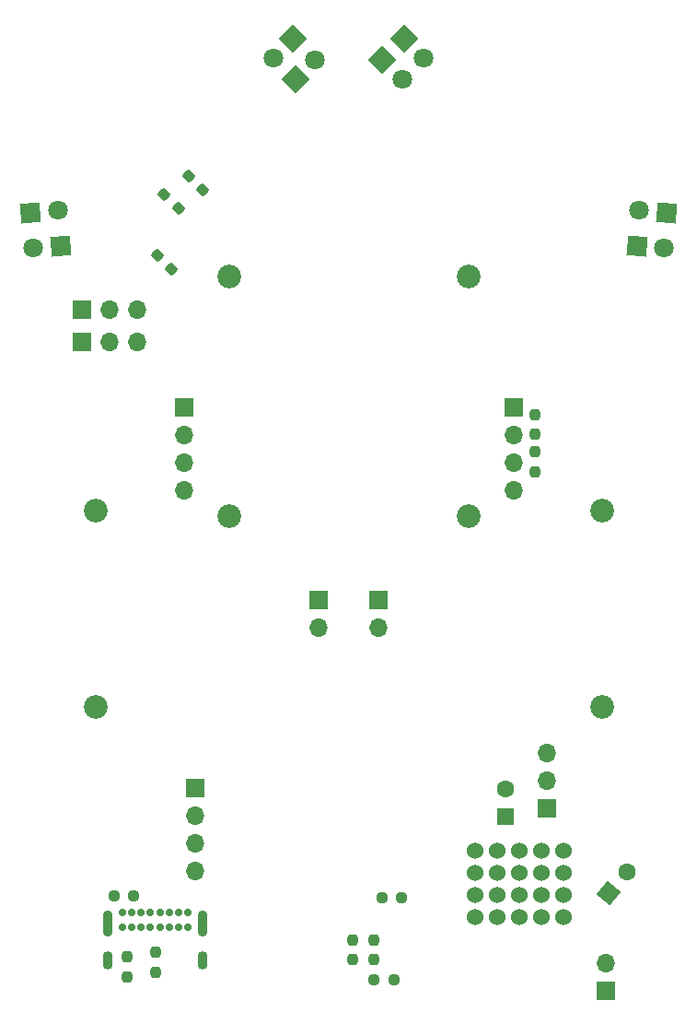
<source format=gbs>
%TF.GenerationSoftware,KiCad,Pcbnew,7.0.9*%
%TF.CreationDate,2024-01-15T17:26:04-08:00*%
%TF.ProjectId,mercury_2ir,6d657263-7572-4795-9f32-69722e6b6963,rev?*%
%TF.SameCoordinates,Original*%
%TF.FileFunction,Soldermask,Bot*%
%TF.FilePolarity,Negative*%
%FSLAX46Y46*%
G04 Gerber Fmt 4.6, Leading zero omitted, Abs format (unit mm)*
G04 Created by KiCad (PCBNEW 7.0.9) date 2024-01-15 17:26:04*
%MOMM*%
%LPD*%
G01*
G04 APERTURE LIST*
G04 Aperture macros list*
%AMRoundRect*
0 Rectangle with rounded corners*
0 $1 Rounding radius*
0 $2 $3 $4 $5 $6 $7 $8 $9 X,Y pos of 4 corners*
0 Add a 4 corners polygon primitive as box body*
4,1,4,$2,$3,$4,$5,$6,$7,$8,$9,$2,$3,0*
0 Add four circle primitives for the rounded corners*
1,1,$1+$1,$2,$3*
1,1,$1+$1,$4,$5*
1,1,$1+$1,$6,$7*
1,1,$1+$1,$8,$9*
0 Add four rect primitives between the rounded corners*
20,1,$1+$1,$2,$3,$4,$5,0*
20,1,$1+$1,$4,$5,$6,$7,0*
20,1,$1+$1,$6,$7,$8,$9,0*
20,1,$1+$1,$8,$9,$2,$3,0*%
%AMRotRect*
0 Rectangle, with rotation*
0 The origin of the aperture is its center*
0 $1 length*
0 $2 width*
0 $3 Rotation angle, in degrees counterclockwise*
0 Add horizontal line*
21,1,$1,$2,0,0,$3*%
G04 Aperture macros list end*
%ADD10C,0.700000*%
%ADD11O,0.900000X2.400000*%
%ADD12O,0.900000X1.700000*%
%ADD13R,1.700000X1.700000*%
%ADD14O,1.700000X1.700000*%
%ADD15R,1.600000X1.600000*%
%ADD16C,1.600000*%
%ADD17RoundRect,0.237500X-0.250000X-0.237500X0.250000X-0.237500X0.250000X0.237500X-0.250000X0.237500X0*%
%ADD18C,1.524000*%
%ADD19RotRect,1.600000X1.600000X50.000000*%
%ADD20C,2.184400*%
%ADD21RotRect,1.800000X1.800000X185.000000*%
%ADD22C,1.800000*%
%ADD23RotRect,1.800000X1.800000X175.000000*%
%ADD24RotRect,1.800000X1.800000X135.000000*%
%ADD25RotRect,1.800000X1.800000X45.000000*%
%ADD26RotRect,1.800000X1.800000X315.000000*%
%ADD27RotRect,1.800000X1.800000X355.000000*%
%ADD28RotRect,1.800000X1.800000X225.000000*%
%ADD29RoundRect,0.237500X-0.237500X0.250000X-0.237500X-0.250000X0.237500X-0.250000X0.237500X0.250000X0*%
%ADD30RoundRect,0.237500X0.250000X0.237500X-0.250000X0.237500X-0.250000X-0.237500X0.250000X-0.237500X0*%
%ADD31RoundRect,0.237500X0.237500X-0.250000X0.237500X0.250000X-0.237500X0.250000X-0.237500X-0.250000X0*%
%ADD32RoundRect,0.237500X0.344715X-0.008839X-0.008839X0.344715X-0.344715X0.008839X0.008839X-0.344715X0*%
%ADD33RoundRect,0.237500X-0.344715X0.008839X0.008839X-0.344715X0.344715X-0.008839X-0.008839X0.344715X0*%
G04 APERTURE END LIST*
D10*
%TO.C,J3*%
X106225000Y-149415000D03*
X107075000Y-149415000D03*
X107925000Y-149415000D03*
X108775000Y-149415000D03*
X109625000Y-149415000D03*
X110475000Y-149415000D03*
X111325000Y-149415000D03*
X112175000Y-149415000D03*
X112175000Y-150765000D03*
X111325000Y-150765000D03*
X110475000Y-150765000D03*
X109625000Y-150765000D03*
X108775000Y-150765000D03*
X107925000Y-150765000D03*
X107075000Y-150765000D03*
X106225000Y-150765000D03*
D11*
X104875000Y-150395000D03*
D12*
X104875000Y-153775000D03*
D11*
X113525000Y-150395000D03*
D12*
X113525000Y-153775000D03*
%TD*%
D13*
%TO.C,J2*%
X112910000Y-137960000D03*
D14*
X112910000Y-140500000D03*
X112910000Y-143040000D03*
X112910000Y-145580000D03*
%TD*%
D15*
%TO.C,C46*%
X141420000Y-140590000D03*
D16*
X141420000Y-138090000D03*
%TD*%
D17*
%TO.C,R13*%
X130037500Y-148050000D03*
X131862500Y-148050000D03*
%TD*%
D18*
%TO.C,U8*%
X146753500Y-143750000D03*
X144721500Y-143750000D03*
X142689500Y-143750000D03*
X140657500Y-143750000D03*
X138625500Y-143750000D03*
X146753500Y-145782000D03*
X144721500Y-145782000D03*
X142689500Y-145782000D03*
X140657500Y-145782000D03*
X138625500Y-145782000D03*
X146753500Y-147814000D03*
X144721500Y-147814000D03*
X142689500Y-147814000D03*
X140657500Y-147814000D03*
X138625500Y-147814000D03*
X146753500Y-149846000D03*
X144721500Y-149846000D03*
X142689500Y-149846000D03*
X140657500Y-149846000D03*
X138625500Y-149846000D03*
%TD*%
D16*
%TO.C,C47*%
X152554874Y-145663591D03*
D19*
X150922193Y-147609344D03*
%TD*%
D20*
%TO.C,MH2*%
X150300000Y-112500000D03*
X150300000Y-130500000D03*
%TD*%
D21*
%TO.C,Q5*%
X97734833Y-85110688D03*
D22*
X100265167Y-84889312D03*
%TD*%
D13*
%TO.C,J1*%
X150675000Y-156550000D03*
D14*
X150675000Y-154010000D03*
%TD*%
D20*
%TO.C,MH2*%
X103700000Y-112500000D03*
X103700000Y-130500000D03*
%TD*%
%TO.C,*%
X138000000Y-91000000D03*
%TD*%
D23*
%TO.C,Q4*%
X156265167Y-85110688D03*
D22*
X153734833Y-84889312D03*
%TD*%
D14*
%TO.C,J9*%
X107580000Y-97000000D03*
X105040000Y-97000000D03*
D13*
X102500000Y-97000000D03*
%TD*%
D20*
%TO.C,*%
X138000000Y-113000000D03*
%TD*%
D13*
%TO.C,J6*%
X111850000Y-103000000D03*
D14*
X111850000Y-105540000D03*
X111850000Y-108080000D03*
X111850000Y-110620000D03*
%TD*%
D20*
%TO.C,*%
X116000000Y-91000000D03*
%TD*%
D13*
%TO.C,J5*%
X124250000Y-120730000D03*
D14*
X124250000Y-123270000D03*
%TD*%
D24*
%TO.C,Q6*%
X132101974Y-69101974D03*
D22*
X133898026Y-70898026D03*
%TD*%
D13*
%TO.C,J7*%
X142150000Y-103000000D03*
D14*
X142150000Y-105540000D03*
X142150000Y-108080000D03*
X142150000Y-110620000D03*
%TD*%
D25*
%TO.C,D5*%
X122101974Y-72898026D03*
D22*
X123898026Y-71101974D03*
%TD*%
D14*
%TO.C,J10*%
X107580000Y-94000000D03*
X105040000Y-94000000D03*
D13*
X102500000Y-94000000D03*
%TD*%
D21*
%TO.C,D1*%
X100515167Y-88139312D03*
D22*
X97984833Y-88360688D03*
%TD*%
D13*
%TO.C,J4*%
X129750000Y-120730000D03*
D14*
X129750000Y-123270000D03*
%TD*%
D22*
%TO.C,D3*%
X131898026Y-72898026D03*
D26*
X130101974Y-71101974D03*
%TD*%
D13*
%TO.C,J8*%
X145225000Y-139800000D03*
D14*
X145225000Y-137260000D03*
X145225000Y-134720000D03*
%TD*%
D27*
%TO.C,D2*%
X153484833Y-88139312D03*
D22*
X156015167Y-88360688D03*
%TD*%
D20*
%TO.C,*%
X116000000Y-113000000D03*
%TD*%
D22*
%TO.C,Q7*%
X120101974Y-70898026D03*
D28*
X121898026Y-69101974D03*
%TD*%
D29*
%TO.C,R21*%
X127360000Y-151927500D03*
X127360000Y-153752500D03*
%TD*%
%TO.C,R28*%
X144150000Y-103662500D03*
X144150000Y-105487500D03*
%TD*%
D30*
%TO.C,R12*%
X131137500Y-155550000D03*
X129312500Y-155550000D03*
%TD*%
D31*
%TO.C,R19*%
X144100000Y-108887500D03*
X144100000Y-107062500D03*
%TD*%
D32*
%TO.C,R29*%
X113575235Y-83045235D03*
X112284765Y-81754765D03*
%TD*%
%TO.C,R37*%
X111320235Y-84695235D03*
X110029765Y-83404765D03*
%TD*%
D30*
%TO.C,R18*%
X107237500Y-147840000D03*
X105412500Y-147840000D03*
%TD*%
D33*
%TO.C,R30*%
X109404765Y-89029765D03*
X110695235Y-90320235D03*
%TD*%
D29*
%TO.C,R17*%
X109240000Y-153047500D03*
X109240000Y-154872500D03*
%TD*%
%TO.C,R40*%
X106590000Y-153457500D03*
X106590000Y-155282500D03*
%TD*%
%TO.C,R20*%
X129330000Y-151917500D03*
X129330000Y-153742500D03*
%TD*%
M02*

</source>
